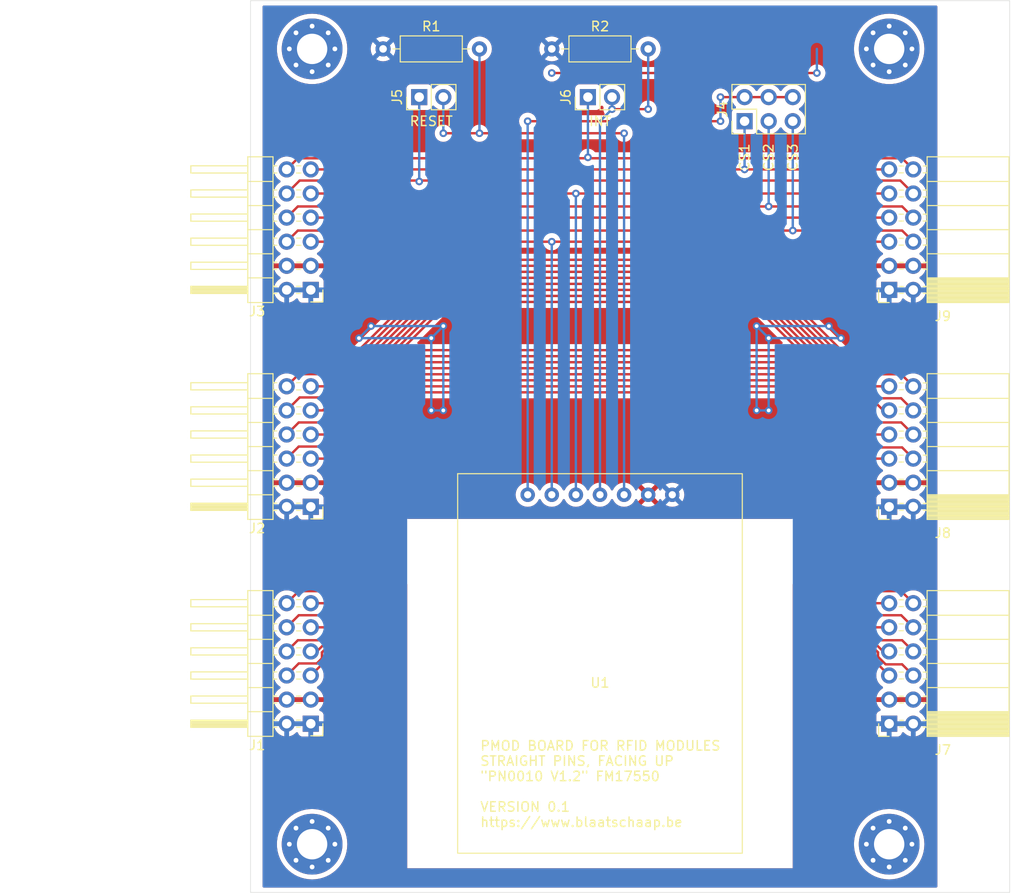
<source format=kicad_pcb>
(kicad_pcb (version 20211014) (generator pcbnew)
  (layers (0 "F.Cu" signal) (31 "B.Cu" signal) (34 "B.Paste" user "B.Plakken") (35 "F.Paste" user "F.Plakken") (36 "B.SilkS" user "B.Silkscreen") (37 "F.SilkS" user "F.Silkscreen") (38 "B.Mask" user) (39 "F.Mask" user "F. masker") (44 "Edge.Cuts" user))
  (net 0 "")
  (net 1 "GND")
  (net 2 "VCC")
  (net 3 "PMOD_UART_INT")
  (net 4 "PMOD_UART_CTS")
  (net 5 "PMOD_UART_RESET")
  (net 6 "PMOD_UART_TXD")
  (net 7 "PMOD_UART_GPIO3")
  (net 8 "PMOD_UART_RXD")
  (net 9 "PMOD_UART_GPIO4")
  (net 10 "PMOD_UART_RTS")
  (net 11 "PMOD_SPI_INT")
  (net 12 "PMOD_SPI_CS")
  (net 13 "PMOD_SPI_RESET")
  (net 14 "PMOD_SPI_MOSI")
  (net 15 "PMOD_SPI_CS2")
  (net 16 "PMOD_SPI_MISO")
  (net 17 "PMOD_SPI_CS3")
  (net 18 "PMOD_SPI_SCK")
  (net 19 "PMOD_I2C_GPIO1")
  (net 20 "PMOD_I2C_INT")
  (net 21 "PMOD_I2C_GPIO2")
  (net 22 "PMOD_I2C_RESET")
  (net 23 "PMOD_I2C_GPIO3")
  (net 24 "PMOD_I2C_SCL")
  (net 25 "PMOD_I2C_GPIO4")
  (net 26 "PMOD_I2C_SDA")
  (net 27 "CS")
  (net 28 "RESET")
  (net 29 "INT")
  (net 30 "STB")
  (footprint "Connector_PinHeader_2.54mm:PinHeader_2x06_P2.54mm_Horizontal" (layer "F.Cu") (at 63.5 119.38 180)
    (fp_text reference "J1" (at 5.655 -2.27) (layer "F.SilkS"))
    (fp_text value "Conn_02x06_Odd_Even")
    (pad "1" thru_hole rect locked (at 0 0 180) (size 1.7 1.7) (drill 1) (layers *.Cu *.Mask) (net 2 "VCC"))
    (pad "2" thru_hole oval locked (at 2.54 0 180) (size 1.7 1.7) (drill 1) (layers *.Cu *.Mask) (net 2 "VCC"))
    (pad "3" thru_hole oval locked (at 0 2.54 180) (size 1.7 1.7) (drill 1) (layers *.Cu *.Mask) (net 1 "GND"))
    (pad "4" thru_hole oval locked (at 2.54 2.54 180) (size 1.7 1.7) (drill 1) (layers *.Cu *.Mask) (net 1 "GND"))
    (pad "5" thru_hole oval locked (at 0 5.08 180) (size 1.7 1.7) (drill 1) (layers *.Cu *.Mask) (net 26 "PMOD_I2C_SDA"))
    (pad "6" thru_hole oval locked (at 2.54 5.08 180) (size 1.7 1.7) (drill 1) (layers *.Cu *.Mask) (net 25 "PMOD_I2C_GPIO4"))
    (pad "7" thru_hole oval locked (at 0 7.62 180) (size 1.7 1.7) (drill 1) (layers *.Cu *.Mask) (net 24 "PMOD_I2C_SCL"))
    (pad "8" thru_hole oval locked (at 2.54 7.62 180) (size 1.7 1.7) (drill 1) (layers *.Cu *.Mask) (net 23 "PMOD_I2C_GPIO3"))
    (pad "9" thru_hole oval locked (at 0 10.16 180) (size 1.7 1.7) (drill 1) (layers *.Cu *.Mask) (net 22 "PMOD_I2C_RESET"))
    (pad "10" thru_hole oval locked (at 2.54 10.16 180) (size 1.7 1.7) (drill 1) (layers *.Cu *.Mask) (net 21 "PMOD_I2C_GPIO2"))
    (pad "11" thru_hole oval locked (at 0 12.7 180) (size 1.7 1.7) (drill 1) (layers *.Cu *.Mask) (net 20 "PMOD_I2C_INT"))
    (pad "12" thru_hole oval locked (at 2.54 12.7 180) (size 1.7 1.7) (drill 1) (layers *.Cu *.Mask) (net 19 "PMOD_I2C_GPIO1"))
  )
  (footprint "Connector_PinHeader_2.54mm:PinHeader_2x06_P2.54mm_Horizontal" (layer "F.Cu") (at 63.5 96.52 180)
    (fp_text reference "J2" (at 5.655 -2.27) (layer "F.SilkS"))
    (fp_text value "Conn_02x06_Odd_Even")
    (pad "1" thru_hole rect locked (at 0 0 180) (size 1.7 1.7) (drill 1) (layers *.Cu *.Mask) (net 2 "VCC"))
    (pad "2" thru_hole oval locked (at 2.54 0 180) (size 1.7 1.7) (drill 1) (layers *.Cu *.Mask) (net 2 "VCC"))
    (pad "3" thru_hole oval locked (at 0 2.54 180) (size 1.7 1.7) (drill 1) (layers *.Cu *.Mask) (net 1 "GND"))
    (pad "4" thru_hole oval locked (at 2.54 2.54 180) (size 1.7 1.7) (drill 1) (layers *.Cu *.Mask) (net 1 "GND"))
    (pad "5" thru_hole oval locked (at 0 5.08 180) (size 1.7 1.7) (drill 1) (layers *.Cu *.Mask) (net 10 "PMOD_UART_RTS"))
    (pad "6" thru_hole oval locked (at 2.54 5.08 180) (size 1.7 1.7) (drill 1) (layers *.Cu *.Mask) (net 9 "PMOD_UART_GPIO4"))
    (pad "7" thru_hole oval locked (at 0 7.62 180) (size 1.7 1.7) (drill 1) (layers *.Cu *.Mask) (net 8 "PMOD_UART_RXD"))
    (pad "8" thru_hole oval locked (at 2.54 7.62 180) (size 1.7 1.7) (drill 1) (layers *.Cu *.Mask) (net 7 "PMOD_UART_GPIO3"))
    (pad "9" thru_hole oval locked (at 0 10.16 180) (size 1.7 1.7) (drill 1) (layers *.Cu *.Mask) (net 6 "PMOD_UART_TXD"))
    (pad "10" thru_hole oval locked (at 2.54 10.16 180) (size 1.7 1.7) (drill 1) (layers *.Cu *.Mask) (net 5 "PMOD_UART_RESET"))
    (pad "11" thru_hole oval locked (at 0 12.7 180) (size 1.7 1.7) (drill 1) (layers *.Cu *.Mask) (net 4 "PMOD_UART_CTS"))
    (pad "12" thru_hole oval locked (at 2.54 12.7 180) (size 1.7 1.7) (drill 1) (layers *.Cu *.Mask) (net 3 "PMOD_UART_INT"))
  )
  (footprint "Connector_PinHeader_2.54mm:PinHeader_2x06_P2.54mm_Horizontal" (layer "F.Cu") (at 63.5 73.66 180)
    (fp_text reference "J3" (at 5.655 -2.27) (layer "F.SilkS"))
    (fp_text value "Conn_02x06_Odd_Even")
    (pad "1" thru_hole rect locked (at 0 0 180) (size 1.7 1.7) (drill 1) (layers *.Cu *.Mask) (net 2 "VCC"))
    (pad "2" thru_hole oval locked (at 2.54 0 180) (size 1.7 1.7) (drill 1) (layers *.Cu *.Mask) (net 2 "VCC"))
    (pad "3" thru_hole oval locked (at 0 2.54 180) (size 1.7 1.7) (drill 1) (layers *.Cu *.Mask) (net 1 "GND"))
    (pad "4" thru_hole oval locked (at 2.54 2.54 180) (size 1.7 1.7) (drill 1) (layers *.Cu *.Mask) (net 1 "GND"))
    (pad "5" thru_hole oval locked (at 0 5.08 180) (size 1.7 1.7) (drill 1) (layers *.Cu *.Mask) (net 18 "PMOD_SPI_SCK"))
    (pad "6" thru_hole oval locked (at 2.54 5.08 180) (size 1.7 1.7) (drill 1) (layers *.Cu *.Mask) (net 17 "PMOD_SPI_CS3"))
    (pad "7" thru_hole oval locked (at 0 7.62 180) (size 1.7 1.7) (drill 1) (layers *.Cu *.Mask) (net 16 "PMOD_SPI_MISO"))
    (pad "8" thru_hole oval locked (at 2.54 7.62 180) (size 1.7 1.7) (drill 1) (layers *.Cu *.Mask) (net 15 "PMOD_SPI_CS2"))
    (pad "9" thru_hole oval locked (at 0 10.16 180) (size 1.7 1.7) (drill 1) (layers *.Cu *.Mask) (net 14 "PMOD_SPI_MOSI"))
    (pad "10" thru_hole oval locked (at 2.54 10.16 180) (size 1.7 1.7) (drill 1) (layers *.Cu *.Mask) (net 13 "PMOD_SPI_RESET"))
    (pad "11" thru_hole oval locked (at 0 12.7 180) (size 1.7 1.7) (drill 1) (layers *.Cu *.Mask) (net 12 "PMOD_SPI_CS"))
    (pad "12" thru_hole oval locked (at 2.54 12.7 180) (size 1.7 1.7) (drill 1) (layers *.Cu *.Mask) (net 11 "PMOD_SPI_INT"))
  )
  (footprint "Connector_PinSocket_2.54mm:PinSocket_2x06_P2.54mm_Horizontal" (layer "F.Cu") (at 124.46 119.38 180)
    (fp_text reference "J7" (at -5.65 -2.77) (layer "F.SilkS"))
    (fp_text value "Conn_02x06_Odd_Even")
    (pad "1" thru_hole rect locked (at 0 0 180) (size 1.7 1.7) (drill 1) (layers *.Cu *.Mask) (net 2 "VCC"))
    (pad "2" thru_hole oval locked (at -2.54 0 180) (size 1.7 1.7) (drill 1) (layers *.Cu *.Mask) (net 2 "VCC"))
    (pad "3" thru_hole oval locked (at 0 2.54 180) (size 1.7 1.7) (drill 1) (layers *.Cu *.Mask) (net 1 "GND"))
    (pad "4" thru_hole oval locked (at -2.54 2.54 180) (size 1.7 1.7) (drill 1) (layers *.Cu *.Mask) (net 1 "GND"))
    (pad "5" thru_hole oval locked (at 0 5.08 180) (size 1.7 1.7) (drill 1) (layers *.Cu *.Mask) (net 26 "PMOD_I2C_SDA"))
    (pad "6" thru_hole oval locked (at -2.54 5.08 180) (size 1.7 1.7) (drill 1) (layers *.Cu *.Mask) (net 25 "PMOD_I2C_GPIO4"))
    (pad "7" thru_hole oval locked (at 0 7.62 180) (size 1.7 1.7) (drill 1) (layers *.Cu *.Mask) (net 24 "PMOD_I2C_SCL"))
    (pad "8" thru_hole oval locked (at -2.54 7.62 180) (size 1.7 1.7) (drill 1) (layers *.Cu *.Mask) (net 23 "PMOD_I2C_GPIO3"))
    (pad "9" thru_hole oval locked (at 0 10.16 180) (size 1.7 1.7) (drill 1) (layers *.Cu *.Mask) (net 22 "PMOD_I2C_RESET"))
    (pad "10" thru_hole oval locked (at -2.54 10.16 180) (size 1.7 1.7) (drill 1) (layers *.Cu *.Mask) (net 21 "PMOD_I2C_GPIO2"))
    (pad "11" thru_hole oval locked (at 0 12.7 180) (size 1.7 1.7) (drill 1) (layers *.Cu *.Mask) (net 20 "PMOD_I2C_INT"))
    (pad "12" thru_hole oval locked (at -2.54 12.7 180) (size 1.7 1.7) (drill 1) (layers *.Cu *.Mask) (net 19 "PMOD_I2C_GPIO1"))
  )
  (footprint "Connector_PinSocket_2.54mm:PinSocket_2x06_P2.54mm_Horizontal" (layer "F.Cu") (at 124.46 96.52 180)
    (fp_text reference "J8" (at -5.65 -2.77) (layer "F.SilkS"))
    (fp_text value "Conn_02x06_Odd_Even")
    (pad "1" thru_hole rect locked (at 0 0 180) (size 1.7 1.7) (drill 1) (layers *.Cu *.Mask) (net 2 "VCC"))
    (pad "2" thru_hole oval locked (at -2.54 0 180) (size 1.7 1.7) (drill 1) (layers *.Cu *.Mask) (net 2 "VCC"))
    (pad "3" thru_hole oval locked (at 0 2.54 180) (size 1.7 1.7) (drill 1) (layers *.Cu *.Mask) (net 1 "GND"))
    (pad "4" thru_hole oval locked (at -2.54 2.54 180) (size 1.7 1.7) (drill 1) (layers *.Cu *.Mask) (net 1 "GND"))
    (pad "5" thru_hole oval locked (at 0 5.08 180) (size 1.7 1.7) (drill 1) (layers *.Cu *.Mask) (net 10 "PMOD_UART_RTS"))
    (pad "6" thru_hole oval locked (at -2.54 5.08 180) (size 1.7 1.7) (drill 1) (layers *.Cu *.Mask) (net 9 "PMOD_UART_GPIO4"))
    (pad "7" thru_hole oval locked (at 0 7.62 180) (size 1.7 1.7) (drill 1) (layers *.Cu *.Mask) (net 8 "PMOD_UART_RXD"))
    (pad "8" thru_hole oval locked (at -2.54 7.62 180) (size 1.7 1.7) (drill 1) (layers *.Cu *.Mask) (net 7 "PMOD_UART_GPIO3"))
    (pad "9" thru_hole oval locked (at 0 10.16 180) (size 1.7 1.7) (drill 1) (layers *.Cu *.Mask) (net 6 "PMOD_UART_TXD"))
    (pad "10" thru_hole oval locked (at -2.54 10.16 180) (size 1.7 1.7) (drill 1) (layers *.Cu *.Mask) (net 5 "PMOD_UART_RESET"))
    (pad "11" thru_hole oval locked (at 0 12.7 180) (size 1.7 1.7) (drill 1) (layers *.Cu *.Mask) (net 4 "PMOD_UART_CTS"))
    (pad "12" thru_hole oval locked (at -2.54 12.7 180) (size 1.7 1.7) (drill 1) (layers *.Cu *.Mask) (net 3 "PMOD_UART_INT"))
  )
  (footprint "Connector_PinSocket_2.54mm:PinSocket_2x06_P2.54mm_Horizontal" (layer "F.Cu") (at 124.46 73.66 180)
    (fp_text reference "J9" (at -5.65 -2.77) (layer "F.SilkS"))
    (fp_text value "Conn_02x06_Odd_Even")
    (pad "1" thru_hole rect locked (at 0 0 180) (size 1.7 1.7) (drill 1) (layers *.Cu *.Mask) (net 2 "VCC"))
    (pad "2" thru_hole oval locked (at -2.54 0 180) (size 1.7 1.7) (drill 1) (layers *.Cu *.Mask) (net 2 "VCC"))
    (pad "3" thru_hole oval locked (at 0 2.54 180) (size 1.7 1.7) (drill 1) (layers *.Cu *.Mask) (net 1 "GND"))
    (pad "4" thru_hole oval locked (at -2.54 2.54 180) (size 1.7 1.7) (drill 1) (layers *.Cu *.Mask) (net 1 "GND"))
    (pad "5" thru_hole oval locked (at 0 5.08 180) (size 1.7 1.7) (drill 1) (layers *.Cu *.Mask) (net 18 "PMOD_SPI_SCK"))
    (pad "6" thru_hole oval locked (at -2.54 5.08 180) (size 1.7 1.7) (drill 1) (layers *.Cu *.Mask) (net 17 "PMOD_SPI_CS3"))
    (pad "7" thru_hole oval locked (at 0 7.62 180) (size 1.7 1.7) (drill 1) (layers *.Cu *.Mask) (net 16 "PMOD_SPI_MISO"))
    (pad "8" thru_hole oval locked (at -2.54 7.62 180) (size 1.7 1.7) (drill 1) (layers *.Cu *.Mask) (net 15 "PMOD_SPI_CS2"))
    (pad "9" thru_hole oval locked (at 0 10.16 180) (size 1.7 1.7) (drill 1) (layers *.Cu *.Mask) (net 14 "PMOD_SPI_MOSI"))
    (pad "10" thru_hole oval locked (at -2.54 10.16 180) (size 1.7 1.7) (drill 1) (layers *.Cu *.Mask) (net 13 "PMOD_SPI_RESET"))
    (pad "11" thru_hole oval locked (at 0 12.7 180) (size 1.7 1.7) (drill 1) (layers *.Cu *.Mask) (net 12 "PMOD_SPI_CS"))
    (pad "12" thru_hole oval locked (at -2.54 12.7 180) (size 1.7 1.7) (drill 1) (layers *.Cu *.Mask) (net 11 "PMOD_SPI_INT"))
  )
  (footprint "MountingHole:MountingHole_3.2mm_M3_Pad_Via" (layer "F.Cu") (at 63.64 48.26)
    (fp_text reference "H1" hide)
    (fp_text value "MountingHole")
    (pad "1" thru_hole circle locked (at 2.4 0) (size 0.8 0.8) (drill 0.5) (layers *.Cu *.Mask))
    (pad "1" thru_hole circle locked (at -1.697056 1.697056) (size 0.8 0.8) (drill 0.5) (layers *.Cu *.Mask))
    (pad "1" thru_hole circle locked (at 0 -2.4) (size 0.8 0.8) (drill 0.5) (layers *.Cu *.Mask))
    (pad "1" thru_hole circle locked (at 1.697056 -1.697056) (size 0.8 0.8) (drill 0.5) (layers *.Cu *.Mask))
    (pad "1" thru_hole circle locked (at 0 2.4) (size 0.8 0.8) (drill 0.5) (layers *.Cu *.Mask))
    (pad "1" thru_hole circle locked (at -2.4 0) (size 0.8 0.8) (drill 0.5) (layers *.Cu *.Mask))
    (pad "1" thru_hole circle locked (at 1.697056 1.697056) (size 0.8 0.8) (drill 0.5) (layers *.Cu *.Mask))
    (pad "1" thru_hole circle locked (at 0 0) (size 6.4 6.4) (drill 3.2) (layers *.Cu *.Mask))
    (pad "1" thru_hole circle locked (at -1.697056 -1.697056) (size 0.8 0.8) (drill 0.5) (layers *.Cu *.Mask))
  )
  (footprint "MountingHole:MountingHole_3.2mm_M3_Pad_Via" (layer "F.Cu") (at 63.64 132.08)
    (fp_text reference "H2" hide)
    (fp_text value "MountingHole")
    (pad "1" thru_hole circle locked (at 0 0) (size 6.4 6.4) (drill 3.2) (layers *.Cu *.Mask))
    (pad "1" thru_hole circle locked (at 0 2.4) (size 0.8 0.8) (drill 0.5) (layers *.Cu *.Mask))
    (pad "1" thru_hole circle locked (at 2.4 0) (size 0.8 0.8) (drill 0.5) (layers *.Cu *.Mask))
    (pad "1" thru_hole circle locked (at 1.697056 1.697056) (size 0.8 0.8) (drill 0.5) (layers *.Cu *.Mask))
    (pad "1" thru_hole circle locked (at -2.4 0) (size 0.8 0.8) (drill 0.5) (layers *.Cu *.Mask))
    (pad "1" thru_hole circle locked (at -1.697056 -1.697056) (size 0.8 0.8) (drill 0.5) (layers *.Cu *.Mask))
    (pad "1" thru_hole circle locked (at 1.697056 -1.697056) (size 0.8 0.8) (drill 0.5) (layers *.Cu *.Mask))
    (pad "1" thru_hole circle locked (at 0 -2.4) (size 0.8 0.8) (drill 0.5) (layers *.Cu *.Mask))
    (pad "1" thru_hole circle locked (at -1.697056 1.697056) (size 0.8 0.8) (drill 0.5) (layers *.Cu *.Mask))
  )
  (footprint "MountingHole:MountingHole_3.2mm_M3_Pad_Via" (layer "F.Cu") (at 124.46 48.26)
    (fp_text reference "H3" hide)
    (fp_text value "MountingHole")
    (pad "1" thru_hole circle locked (at 2.4 0) (size 0.8 0.8) (drill 0.5) (layers *.Cu *.Mask))
    (pad "1" thru_hole circle locked (at 0 0) (size 6.4 6.4) (drill 3.2) (layers *.Cu *.Mask))
    (pad "1" thru_hole circle locked (at 0 -2.4) (size 0.8 0.8) (drill 0.5) (layers *.Cu *.Mask))
    (pad "1" thru_hole circle locked (at -2.4 0) (size 0.8 0.8) (drill 0.5) (layers *.Cu *.Mask))
    (pad "1" thru_hole circle locked (at 1.697056 -1.697056) (size 0.8 0.8) (drill 0.5) (layers *.Cu *.Mask))
    (pad "1" thru_hole circle locked (at 0 2.4) (size 0.8 0.8) (drill 0.5) (layers *.Cu *.Mask))
    (pad "1" thru_hole circle locked (at -1.697056 1.697056) (size 0.8 0.8) (drill 0.5) (layers *.Cu *.Mask))
    (pad "1" thru_hole circle locked (at -1.697056 -1.697056) (size 0.8 0.8) (drill 0.5) (layers *.Cu *.Mask))
    (pad "1" thru_hole circle locked (at 1.697056 1.697056) (size 0.8 0.8) (drill 0.5) (layers *.Cu *.Mask))
  )
  (footprint "MountingHole:MountingHole_3.2mm_M3_Pad_Via" (layer "F.Cu") (at 124.46 132.08)
    (fp_text reference "H4" hide)
    (fp_text value "MountingHole")
    (pad "1" thru_hole circle locked (at -1.697056 1.697056) (size 0.8 0.8) (drill 0.5) (layers *.Cu *.Mask))
    (pad "1" thru_hole circle locked (at -2.4 0) (size 0.8 0.8) (drill 0.5) (layers *.Cu *.Mask))
    (pad "1" thru_hole circle locked (at -1.697056 -1.697056) (size 0.8 0.8) (drill 0.5) (layers *.Cu *.Mask))
    (pad "1" thru_hole circle locked (at 1.697056 -1.697056) (size 0.8 0.8) (drill 0.5) (layers *.Cu *.Mask))
    (pad "1" thru_hole circle locked (at 2.4 0) (size 0.8 0.8) (drill 0.5) (layers *.Cu *.Mask))
    (pad "1" thru_hole circle locked (at 0 2.4) (size 0.8 0.8) (drill 0.5) (layers *.Cu *.Mask))
    (pad "1" thru_hole circle locked (at 0 0) (size 6.4 6.4) (drill 3.2) (layers *.Cu *.Mask))
    (pad "1" thru_hole circle locked (at 1.697056 1.697056) (size 0.8 0.8) (drill 0.5) (layers *.Cu *.Mask))
    (pad "1" thru_hole circle locked (at 0 -2.4) (size 0.8 0.8) (drill 0.5) (layers *.Cu *.Mask))
  )
  (footprint "Resistor_THT:R_Axial_DIN0207_L6.3mm_D2.5mm_P10.16mm_Horizontal" (layer "F.Cu") (at 88.9 48.26)
    (fp_text reference "R2" (at 5.08 -2.37) (layer "F.SilkS"))
    (fp_text value "R_Small")
    (pad "1" thru_hole circle locked (at 0 0) (size 1.6 1.6) (drill 0.8) (layers *.Cu *.Mask) (net 2 "VCC"))
    (pad "2" thru_hole oval locked (at 10.16 0) (size 1.6 1.6) (drill 0.8) (layers *.Cu *.Mask) (net 29 "INT"))
  )
  (footprint "Resistor_THT:R_Axial_DIN0207_L6.3mm_D2.5mm_P10.16mm_Horizontal" (layer "F.Cu") (at 71.12 48.26)
    (fp_text reference "R1" (at 5.08 -2.37) (layer "F.SilkS"))
    (fp_text value "R_Small")
    (pad "1" thru_hole circle locked (at 0 0) (size 1.6 1.6) (drill 0.8) (layers *.Cu *.Mask) (net 2 "VCC"))
    (pad "2" thru_hole oval locked (at 10.16 0) (size 1.6 1.6) (drill 0.8) (layers *.Cu *.Mask) (net 28 "RESET"))
  )
  (footprint "Connector_PinHeader_2.54mm:PinHeader_1x02_P2.54mm_Vertical" (layer "F.Cu") (at 92.71 53.34 90)
    (fp_text reference "J6" (at 0 -2.33 90) (layer "F.SilkS"))
    (fp_text value "Conn_02x01")
    (pad "1" thru_hole rect (at 0 0 90) (size 1.7 1.7) (drill 1) (layers *.Cu *.Mask) (net 11 "PMOD_SPI_INT"))
    (pad "2" thru_hole oval (at 0 2.54 90) (size 1.7 1.7) (drill 1) (layers *.Cu *.Mask) (net 29 "INT"))
  )
  (footprint "AvS_Modules:MOD_RFID-PN0010_STRAIGHT_UP" (layer "F.Cu") (at 93.98 113.03)
    (fp_text reference "U1" (at 0 2.04) (layer "F.SilkS"))
    (fp_text value "MOD_RFID-PN0010")
    (pad "1" thru_hole circle (at -7.62 -17.78) (size 1.524 1.524) (drill 0.762) (layers *.Cu *.Mask) (net 27 "CS"))
    (pad "2" thru_hole circle (at -5.08 -17.78) (size 1.524 1.524) (drill 0.762) (layers *.Cu *.Mask) (net 18 "PMOD_SPI_SCK"))
    (pad "3" thru_hole circle (at -2.54 -17.78) (size 1.524 1.524) (drill 0.762) (layers *.Cu *.Mask) (net 14 "PMOD_SPI_MOSI"))
    (pad "4" thru_hole circle (at 0 -17.78) (size 1.524 1.524) (drill 0.762) (layers *.Cu *.Mask) (net 29 "INT"))
    (pad "5" thru_hole circle (at 2.54 -17.78) (size 1.524 1.524) (drill 0.762) (layers *.Cu *.Mask) (net 28 "RESET"))
    (pad "6" thru_hole circle (at 5.08 -17.78) (size 1.524 1.524) (drill 0.762) (layers *.Cu *.Mask) (net 1 "GND"))
    (pad "7" thru_hole circle (at 7.62 -17.78) (size 1.524 1.524) (drill 0.762) (layers *.Cu *.Mask) (net 2 "VCC"))
  )
  (footprint "Connector_PinHeader_2.54mm:PinHeader_2x03_P2.54mm_Vertical" (layer "F.Cu") (at 109.22 55.88 90)
    (fp_text reference "J4" (at 1.27 -2.33 90) (layer "F.SilkS"))
    (fp_text value "Conn_02x03_Odd_Even")
    (pad "1" thru_hole rect (at 0 0 90) (size 1.7 1.7) (drill 1) (layers *.Cu *.Mask) (net 12 "PMOD_SPI_CS"))
    (pad "2" thru_hole oval (at 2.54 0 90) (size 1.7 1.7) (drill 1) (layers *.Cu *.Mask) (net 27 "CS"))
    (pad "3" thru_hole oval (at 0 2.54 90) (size 1.7 1.7) (drill 1) (layers *.Cu *.Mask) (net 15 "PMOD_SPI_CS2"))
    (pad "4" thru_hole oval (at 2.54 2.54 90) (size 1.7 1.7) (drill 1) (layers *.Cu *.Mask) (net 27 "CS"))
    (pad "5" thru_hole oval (at 0 5.08 90) (size 1.7 1.7) (drill 1) (layers *.Cu *.Mask) (net 17 "PMOD_SPI_CS3"))
    (pad "6" thru_hole oval (at 2.54 5.08 90) (size 1.7 1.7) (drill 1) (layers *.Cu *.Mask) (net 27 "CS"))
  )
  (footprint "Connector_PinHeader_2.54mm:PinHeader_1x02_P2.54mm_Vertical" (layer "F.Cu") (at 74.93 53.34 90)
    (fp_text reference "J5" (at 0 -2.33 90) (layer "F.SilkS"))
    (fp_text value "Conn_02x01")
    (pad "1" thru_hole rect (at 0 0 90) (size 1.7 1.7) (drill 1) (layers *.Cu *.Mask) (net 13 "PMOD_SPI_RESET"))
    (pad "2" thru_hole oval (at 0 2.54 90) (size 1.7 1.7) (drill 1) (layers *.Cu *.Mask) (net 28 "RESET"))
  )
  (gr_line (start 137.16 137.16) (end 57.15 137.16) (layer "Edge.Cuts") (width 0.05))
  (gr_line (start 57.15 43.18) (end 137.16 43.18) (layer "Edge.Cuts") (width 0.05))
  (gr_line (start 137.16 43.18) (end 137.16 137.16) (layer "Edge.Cuts") (width 0.05))
  (gr_line (start 57.15 43.18) (end 57.15 137.16) (layer "Edge.Cuts") (width 0.05))
  (gr_text "PMOD BOARD FOR RFID MODULES\nSTRAIGHT PINS, FACING UP\n{dblquote}PN0010 V1.2{dblquote} FM17550\n\nVERSION 0.1\nhttps://www.blaatschaap.be" (at 81.28 125.73) (layer "F.SilkS") (effects (font (size 1 1)) (justify left)))
  (gr_text "INT" (at 93.98 55.88) (layer "F.SilkS") (effects (font (size 1 1))))
  (gr_text "CS2" (at 111.76 59.69 90) (layer "F.SilkS") (effects (font (size 1 1))))
  (gr_text "CS3" (at 114.3 59.69 90) (layer "F.SilkS") (effects (font (size 1 1))))
  (gr_text "CS1" (at 109.22 59.69 90) (layer "F.SilkS") (effects (font (size 1 1))))
  (gr_text "RESET" (at 76.2 55.88) (layer "F.SilkS") (effects (font (size 1 1))))
  (via (at 111.76 78.74) (size 0.8) (drill 0.4) (layers "F.Cu" "B.Cu") (net 1))
  (via (at 76.2 86.36) (size 0.8) (drill 0.4) (layers "F.Cu" "B.Cu") (net 1))
  (via (at 111.76 86.36) (size 0.8) (drill 0.4) (layers "F.Cu" "B.Cu") (net 1))
  (via (at 76.2 78.74) (size 0.8) (drill 0.4) (layers "F.Cu" "B.Cu") (net 1))
  (via (at 68.58 78.74) (size 0.8) (drill 0.4) (layers "F.Cu" "B.Cu") (net 1))
  (via (at 110.49 77.47) (size 0.8) (drill 0.4) (layers "F.Cu" "B.Cu") (net 1))
  (via (at 77.47 86.36) (size 0.8) (drill 0.4) (layers "F.Cu" "B.Cu") (net 1))
  (via (at 77.47 77.47) (size 0.8) (drill 0.4) (layers "F.Cu" "B.Cu") (net 1))
  (via (at 110.49 86.36) (size 0.8) (drill 0.4) (layers "F.Cu" "B.Cu") (net 1))
  (via (at 119.38 78.74) (size 0.8) (drill 0.4) (layers "F.Cu" "B.Cu") (net 1))
  (via (at 69.85 77.47) (size 0.8) (drill 0.4) (layers "F.Cu" "B.Cu") (net 1))
  (via (at 118.11 77.47) (size 0.8) (drill 0.4) (layers "F.Cu" "B.Cu") (net 1))
  (segment (start 77.47 77.47) (end 76.2 78.74) (width 0.25) (layer "B.Cu") (net 1))
  (segment (start 77.47 86.36) (end 77.47 77.47) (width 0.25) (layer "B.Cu") (net 1))
  (segment (start 118.11 77.47) (end 119.38 78.74) (width 0.25) (layer "B.Cu") (net 1))
  (segment (start 111.76 86.36) (end 110.49 86.36) (width 0.25) (layer "B.Cu") (net 1))
  (segment (start 69.85 77.47) (end 68.58 78.74) (width 0.25) (layer "B.Cu") (net 1))
  (segment (start 111.76 78.74) (end 111.76 86.36) (width 0.25) (layer "B.Cu") (net 1))
  (segment (start 111.76 78.74) (end 119.38 78.74) (width 0.25) (layer "B.Cu") (net 1))
  (segment (start 111.76 78.74) (end 110.49 77.47) (width 0.25) (layer "B.Cu") (net 1))
  (segment (start 110.49 77.47) (end 118.11 77.47) (width 0.25) (layer "B.Cu") (net 1))
  (segment (start 110.49 86.36) (end 110.49 77.47) (width 0.25) (layer "B.Cu") (net 1))
  (segment (start 76.2 86.36) (end 77.47 86.36) (width 0.25) (layer "B.Cu") (net 1))
  (segment (start 69.85 77.47) (end 77.47 77.47) (width 0.25) (layer "B.Cu") (net 1))
  (segment (start 76.2 78.74) (end 68.58 78.74) (width 0.25) (layer "B.Cu") (net 1))
  (segment (start 76.2 78.74) (end 76.2 86.36) (width 0.25) (layer "B.Cu") (net 1))
  (segment (start 125.73 82.55) (end 127 83.82) (width 0.25) (layer "F.Cu") (net 3))
  (segment (start 78.08385 70.485) (end 109.855 70.485) (width 0.25) (layer "F.Cu") (net 3))
  (segment (start 109.855 70.485) (end 110.03999 70.66999) (width 0.25) (layer "F.Cu") (net 3))
  (segment (start 62.240575 82.539425) (end 66.029425 82.539425) (width 0.25) (layer "F.Cu") (net 3))
  (segment (start 60.96 83.82) (end 62.240575 82.539425) (width 0.25) (layer "F.Cu") (net 3))
  (segment (start 66.029425 82.539425) (end 78.08385 70.485) (width 0.25) (layer "F.Cu") (net 3))
  (segment (start 121.94115 82.55) (end 125.73 82.55) (width 0.25) (layer "F.Cu") (net 3))
  (segment (start 110.03999 70.66999) (end 110.061141 70.669991) (width 0.25) (layer "F.Cu") (net 3))
  (segment (start 110.061141 70.669991) (end 121.94115 82.55) (width 0.25) (layer "F.Cu") (net 3))
  (segment (start 77.920009 71.304991) (end 77.900269 71.304991) (width 0.25) (layer "F.Cu") (net 4))
  (segment (start 109.87474 71.12) (end 78.105 71.12) (width 0.25) (layer "F.Cu") (net 4))
  (segment (start 122.57474 83.82) (end 109.87474 71.12) (width 0.25) (layer "F.Cu") (net 4))
  (segment (start 65.38526 83.82) (end 63.5 83.82) (width 0.25) (layer "F.Cu") (net 4))
  (segment (start 77.900269 71.304991) (end 65.38526 83.82) (width 0.25) (layer "F.Cu") (net 4))
  (segment (start 78.105 71.12) (end 77.920009 71.304991) (width 0.25) (layer "F.Cu") (net 4))
  (segment (start 124.46 83.82) (end 122.57474 83.82) (width 0.25) (layer "F.Cu") (net 4))
  (segment (start 110.03999 71.93999) (end 110.058321 71.939991) (width 0.25) (layer "F.Cu") (net 5))
  (segment (start 64.846669 84.995001) (end 78.08667 71.755) (width 0.25) (layer "F.Cu") (net 5))
  (segment (start 125.720835 85.080835) (end 127 86.36) (width 0.25) (layer "F.Cu") (net 5))
  (segment (start 78.08667 71.755) (end 109.855 71.755) (width 0.25) (layer "F.Cu") (net 5))
  (segment (start 60.96 86.36) (end 62.324999 84.995001) (width 0.25) (layer "F.Cu") (net 5))
  (segment (start 62.324999 84.995001) (end 64.846669 84.995001) (width 0.25) (layer "F.Cu") (net 5))
  (segment (start 110.058321 71.939991) (end 123.199165 85.080835) (width 0.25) (layer "F.Cu") (net 5))
  (segment (start 109.855 71.755) (end 110.03999 71.93999) (width 0.25) (layer "F.Cu") (net 5))
  (segment (start 123.199165 85.080835) (end 125.720835 85.080835) (width 0.25) (layer "F.Cu") (net 5))
  (segment (start 65.405 85.07308) (end 78.08808 72.39) (width 0.25) (layer "F.Cu") (net 6))
  (segment (start 123.84192 86.36) (end 124.46 86.36) (width 0.25) (layer "F.Cu") (net 6))
  (segment (start 78.08808 72.39) (end 109.87192 72.39) (width 0.25) (layer "F.Cu") (net 6))
  (segment (start 65.405 85.725) (end 65.405 85.07308) (width 0.25) (layer "F.Cu") (net 6))
  (segment (start 109.87192 72.39) (end 123.84192 86.36) (width 0.25) (layer "F.Cu") (net 6))
  (segment (start 63.5 86.36) (end 64.77 86.36) (width 0.25) (layer "F.Cu") (net 6))
  (segment (start 64.77 86.36) (end 65.405 85.725) (width 0.25) (layer "F.Cu") (net 6))
  (segment (start 122.555 87.63) (end 121.92 86.995) (width 0.25) (layer "F.Cu") (net 7))
  (segment (start 77.904499 73.209991) (end 77.920009 73.209991) (width 0.25) (layer "F.Cu") (net 7))
  (segment (start 66.04 85.07449) (end 66.224991 84.889499) (width 0.25) (layer "F.Cu") (net 7))
  (segment (start 77.920009 73.209991) (end 78.105 73.025) (width 0.25) (layer "F.Cu") (net 7))
  (segment (start 121.92 86.995) (end 121.92 85.09) (width 0.25) (layer "F.Cu") (net 7))
  (segment (start 121.92 85.09) (end 121.73501 84.90501) (width 0.25) (layer "F.Cu") (net 7))
  (segment (start 66.224991 84.889499) (end 66.667245 84.447245) (width 0.25) (layer "F.Cu") (net 7))
  (segment (start 78.105 73.025) (end 80.01 73.025) (width 0.25) (layer "F.Cu") (net 7))
  (segment (start 125.73 87.63) (end 122.555 87.63) (width 0.25) (layer "F.Cu") (net 7))
  (segment (start 66.667245 84.447245) (end 77.904499 73.209991) (width 0.25) (layer "F.Cu") (net 7))
  (segment (start 80.01 73.025) (end 80.645 73.025) (width 0.25) (layer "F.Cu") (net 7))
  (segment (start 127 88.9) (end 125.73 87.63) (width 0.25) (layer "F.Cu") (net 7))
  (segment (start 121.735009 84.889499) (end 109.87051 73.025) (width 0.25) (layer "F.Cu") (net 7))
  (segment (start 66.04 86.995) (end 66.04 85.07449) (width 0.25) (layer "F.Cu") (net 7))
  (segment (start 109.87051 73.025) (end 80.01 73.025) (width 0.25) (layer "F.Cu") (net 7))
  (segment (start 65.405 87.63) (end 66.04 86.995) (width 0.25) (layer "F.Cu") (net 7))
  (segment (start 121.73501 84.90501) (end 121.735009 84.889499) (width 0.25) (layer "F.Cu") (net 7))
  (segment (start 60.96 88.9) (end 62.23 87.63) (width 0.25) (layer "F.Cu") (net 7))
  (segment (start 62.23 87.63) (end 65.405 87.63) (width 0.25) (layer "F.Cu") (net 7))
  (segment (start 66.675 88.265) (end 66.675 85.0759) (width 0.25) (layer "F.Cu") (net 8))
  (segment (start 66.675 85.0759) (end 78.0909 73.66) (width 0.25) (layer "F.Cu") (net 8))
  (segment (start 66.04 88.9) (end 66.675 88.265) (width 0.25) (layer "F.Cu") (net 8))
  (segment (start 121.285 85.0759) (end 121.285 88.265) (width 0.25) (layer "F.Cu") (net 8))
  (segment (start 109.855 73.66) (end 110.03999 73.84499) (width 0.25) (layer "F.Cu") (net 8))
  (segment (start 121.92 88.9) (end 124.46 88.9) (width 0.25) (layer "F.Cu") (net 8))
  (segment (start 78.0909 73.66) (end 109.855 73.66) (width 0.25) (layer "F.Cu") (net 8))
  (segment (start 63.5 88.9) (end 66.04 88.9) (width 0.25) (layer "F.Cu") (net 8))
  (segment (start 121.285 88.265) (end 121.92 88.9) (width 0.25) (layer "F.Cu") (net 8))
  (segment (start 110.054091 73.844991) (end 121.285 85.0759) (width 0.25) (layer "F.Cu") (net 8))
  (segment (start 110.03999 73.84499) (end 110.054091 73.844991) (width 0.25) (layer "F.Cu") (net 8))
  (segment (start 120.46501 84.90501) (end 120.465009 84.892319) (width 0.25) (layer "F.Cu") (net 9))
  (segment (start 67.494991 84.892319) (end 67.49499 84.90501) (width 0.25) (layer "F.Cu") (net 9))
  (segment (start 62.23 90.17) (end 60.96 91.44) (width 0.25) (layer "F.Cu") (net 9))
  (segment (start 78.09231 74.295) (end 67.494991 84.892319) (width 0.25) (layer "F.Cu") (net 9))
  (segment (start 120.65 85.09) (end 120.46501 84.90501) (width 0.25) (layer "F.Cu") (net 9))
  (segment (start 120.65 89.535) (end 120.65 85.09) (width 0.25) (layer "F.Cu") (net 9))
  (segment (start 121.379999 90.264999) (end 120.65 89.535) (width 0.25) (layer "F.Cu") (net 9))
  (segment (start 66.675 90.17) (end 62.23 90.17) (width 0.25) (layer "F.Cu") (net 9))
  (segment (start 120.465009 84.892319) (end 109.86769 74.295) (width 0.25) (layer "F.Cu") (net 9))
  (segment (start 67.31 85.09) (end 67.31 89.535) (width 0.25) (layer "F.Cu") (net 9))
  (segment (start 109.86769 74.295) (end 78.09231 74.295) (width 0.25) (layer "F.Cu") (net 9))
  (segment (start 67.49499 84.90501) (end 67.31 85.09) (width 0.25) (layer "F.Cu") (net 9))
  (segment (start 125.824999 90.264999) (end 121.379999 90.264999) (width 0.25) (layer "F.Cu") (net 9))
  (segment (start 127 91.44) (end 125.824999 90.264999) (width 0.25) (layer "F.Cu") (net 9))
  (segment (start 67.31 89.535) (end 66.675 90.17) (width 0.25) (layer "F.Cu") (net 9))
  (segment (start 109.86628 74.93) (end 120.015 85.07872) (width 0.25) (layer "F.Cu") (net 10))
  (segment (start 80.645 74.93) (end 80.01 74.93) (width 0.25) (layer "F.Cu") (net 10))
  (segment (start 80.645 74.93) (end 109.86628 74.93) (width 0.25) (layer "F.Cu") (net 10))
  (segment (start 66.675 91.44) (end 67.945 90.17) (width 0.25) (layer "F.Cu") (net 10))
  (segment (start 120.015 85.07872) (end 120.015 90.805) (width 0.25) (layer "F.Cu") (net 10))
  (segment (start 78.09372 74.93) (end 80.645 74.93) (width 0.25) (layer "F.Cu") (net 10))
  (segment (start 67.945 85.07872) (end 78.09372 74.93) (width 0.25) (layer "F.Cu") (net 10))
  (segment (start 120.65 91.44) (end 124.46 91.44) (width 0.25) (layer "F.Cu") (net 10))
  (segment (start 120.015 90.805) (end 120.65 91.44) (width 0.25) (layer "F.Cu") (net 10))
  (segment (start 63.5 91.44) (end 66.675 91.44) (width 0.25) (layer "F.Cu") (net 10))
  (segment (start 67.945 90.17) (end 67.945 85.07872) (width 0.25) (layer "F.Cu") (net 10))
  (segment (start 60.96 60.96) (end 62.134511 59.785489) (width 0.25) (layer "F.Cu") (net 11))
  (segment (start 125.825489 59.785489) (end 127 60.96) (width 0.25) (layer "F.Cu") (net 11))
  (segment (start 62.134511 59.785489) (end 125.825489 59.785489) (width 0.25) (layer "F.Cu") (net 11))
  (via (at 92.71 59.69) (size 0.8) (drill 0.4) (layers "F.Cu" "B.Cu") (net 11))
  (segment (start 92.71 53.34) (end 92.71 59.69) (width 0.25) (layer "B.Cu") (net 11))
  (segment (start 63.5 60.96) (end 80.01 60.96) (width 0.25) (layer "F.Cu") (net 12))
  (segment (start 109.22 60.96) (end 124.46 60.96) (width 0.25) (layer "F.Cu") (net 12))
  (segment (start 80.01 60.96) (end 109.22 60.96) (width 0.25) (layer "F.Cu") (net 12))
  (via (at 109.22 60.96) (size 0.8) (drill 0.4) (layers "F.Cu" "B.Cu") (net 12))
  (segment (start 109.22 55.88) (end 109.22 60.96) (width 0.25) (layer "B.Cu") (net 12))
  (segment (start 108.045489 62.134511) (end 125.634511 62.134511) (width 0.25) (layer "F.Cu") (net 13))
  (segment (start 125.634511 62.134511) (end 127 63.5) (width 0.25) (layer "F.Cu") (net 13))
  (segment (start 60.96 63.5) (end 62.325489 62.134511) (width 0.25) (layer "F.Cu") (net 13))
  (segment (start 62.325489 62.134511) (end 108.045489 62.134511) (width 0.25) (layer "F.Cu") (net 13))
  (via (at 74.93 62.23) (size 0.8) (drill 0.4) (layers "F.Cu" "B.Cu") (net 13))
  (segment (start 74.93 53.34) (end 74.93 62.23) (width 0.25) (layer "B.Cu") (net 13))
  (segment (start 91.44 63.5) (end 99.06 63.5) (width 0.25) (layer "F.Cu") (net 14))
  (segment (start 63.5 63.5) (end 91.44 63.5) (width 0.25) (layer "F.Cu") (net 14))
  (segment (start 99.06 63.5) (end 124.46 63.5) (width 0.25) (layer "F.Cu") (net 14))
  (via (at 91.44 63.5) (size 0.8) (drill 0.4) (layers "F.Cu" "B.Cu") (net 14))
  (segment (start 91.44 95.25) (end 91.44 63.5) (width 0.25) (layer "B.Cu") (net 14))
  (segment (start 77.565489 64.865489) (end 62.134511 64.865489) (width 0.25) (layer "F.Cu") (net 15))
  (segment (start 111.664511 64.865489) (end 77.565489 64.865489) (width 0.25) (layer "F.Cu") (net 15))
  (segment (start 62.134511 64.865489) (end 60.96 66.04) (width 0.25) (layer "F.Cu") (net 15))
  (segment (start 111.855489 64.865489) (end 111.664511 64.865489) (width 0.25) (layer "F.Cu") (net 15))
  (segment (start 125.825489 64.865489) (end 111.855489 64.865489) (width 0.25) (layer "F.Cu") (net 15))
  (segment (start 127 66.04) (end 125.825489 64.865489) (width 0.25) (layer "F.Cu") (net 15))
  (via (at 111.76 64.865489) (size 0.8) (drill 0.4) (layers "F.Cu" "B.Cu") (net 15))
  (segment (start 111.76 64.77) (end 111.664511 64.865489) (width 0.25) (layer "B.Cu") (net 15))
  (segment (start 111.76 55.88) (end 111.76 64.77) (width 0.25) (layer "B.Cu") (net 15))
  (segment (start 96.52 66.04) (end 124.46 66.04) (width 0.25) (layer "F.Cu") (net 16))
  (segment (start 63.5 66.04) (end 96.52 66.04) (width 0.25) (layer "F.Cu") (net 16))
  (segment (start 125.825489 67.405489) (end 127 68.58) (width 0.25) (layer "F.Cu") (net 17))
  (segment (start 62.134511 67.405489) (end 114.204511 67.405489) (width 0.25) (layer "F.Cu") (net 17))
  (segment (start 114.204511 67.405489) (end 125.825489 67.405489) (width 0.25) (layer "F.Cu") (net 17))
  (segment (start 60.96 68.58) (end 62.134511 67.405489) (width 0.25) (layer "F.Cu") (net 17))
  (via (at 114.3 67.405489) (size 0.8) (drill 0.4) (layers "F.Cu" "B.Cu") (net 17))
  (segment (start 114.3 67.31) (end 114.204511 67.405489) (width 0.25) (layer "B.Cu") (net 17))
  (segment (start 114.3 55.88) (end 114.3 67.31) (width 0.25) (layer "B.Cu") (net 17))
  (segment (start 99.06 68.58) (end 124.46 68.58) (width 0.25) (layer "F.Cu") (net 18))
  (segment (start 63.5 68.58) (end 99.06 68.58) (width 0.25) (layer "F.Cu") (net 18))
  (via (at 88.9 68.58) (size 0.8) (drill 0.4) (layers "F.Cu" "B.Cu") (net 18))
  (segment (start 88.9 95.25) (end 88.9 68.58) (width 0.25) (layer "B.Cu") (net 18))
  (segment (start 68.58 104.13718) (end 68.58 85.08013) (width 0.25) (layer "F.Cu") (net 19))
  (segment (start 60.96 106.68) (end 62.23 105.41) (width 0.25) (layer "F.Cu") (net 19))
  (segment (start 119.195715 84.895845) (end 114.622435 80.322565) (width 0.25) (layer "F.Cu") (net 19))
  (segment (start 114.622435 80.322565) (end 114.49486 80.19499) (width 0.25) (layer "F.Cu") (net 19))
  (segment (start 67.30718 105.41) (end 68.58 104.13718) (width 0.25) (layer "F.Cu") (net 19))
  (segment (start 120.65141 105.40859) (end 119.38 104.13718) (width 0.25) (layer "F.Cu") (net 19))
  (segment (start 119.38 104.13718) (end 119.38 102.87) (width 0.25) (layer "F.Cu") (net 19))
  (segment (start 119.38 85.09) (end 119.38 85.08013) (width 0.25) (layer "F.Cu") (net 19))
  (segment (start 119.38 102.87) (end 119.38 85.09) (width 0.25) (layer "F.Cu") (net 19))
  (segment (start 73.65013 80.01) (end 114.30987 80.01) (width 0.25) (layer "F.Cu") (net 19))
  (segment (start 114.30987 80.01) (end 114.622435 80.322565) (width 0.25) (layer "F.Cu") (net 19))
  (segment (start 125.72859 105.40859) (end 120.65141 105.40859) (width 0.25) (layer "F.Cu") (net 19))
  (segment (start 127 106.68) (end 125.72859 105.40859) (width 0.25) (layer "F.Cu") (net 19))
  (segment (start 68.58 85.08013) (end 73.65013 80.01) (width 0.25) (layer "F.Cu") (net 19))
  (segment (start 62.23 105.41) (end 67.30718 105.41) (width 0.25) (layer "F.Cu") (net 19))
  (segment (start 119.38 85.08013) (end 114.49486 80.19499) (width 0.25) (layer "F.Cu") (net 19))
  (segment (start 69.399991 84.896549) (end 69.39999 84.90501) (width 0.25) (layer "F.Cu") (net 20))
  (segment (start 69.39999 84.90501) (end 69.215 85.09) (width 0.25) (layer "F.Cu") (net 20))
  (segment (start 118.560009 84.896549) (end 114.30846 80.645) (width 0.25) (layer "F.Cu") (net 20))
  (segment (start 118.745705 104.139295) (end 118.745705 85.090705) (width 0.25) (layer "F.Cu") (net 20))
  (segment (start 67.30859 106.045) (end 67.30718 106.045) (width 0.25) (layer "F.Cu") (net 20))
  (segment (start 69.215 85.09) (end 69.215 104.13859) (width 0.25) (layer "F.Cu") (net 20))
  (segment (start 66.67218 106.68) (end 63.5 106.68) (width 0.25) (layer "F.Cu") (net 20))
  (segment (start 118.745705 104.139295) (end 118.745 104.13859) (width 0.25) (layer "F.Cu") (net 20))
  (segment (start 69.215 104.13859) (end 67.30859 106.045) (width 0.25) (layer "F.Cu") (net 20))
  (segment (start 114.30846 80.645) (end 73.65154 80.645) (width 0.25) (layer "F.Cu") (net 20))
  (segment (start 124.46 106.68) (end 121.28641 106.68) (width 0.25) (layer "F.Cu") (net 20))
  (segment (start 67.30718 106.045) (end 66.67218 106.68) (width 0.25) (layer "F.Cu") (net 20))
  (segment (start 121.28641 106.68) (end 118.745705 104.139295) (width 0.25) (layer "F.Cu") (net 20))
  (segment (start 118.56001 84.90501) (end 118.560009 84.896549) (width 0.25) (layer "F.Cu") (net 20))
  (segment (start 118.745705 85.090705) (end 118.56001 84.90501) (width 0.25) (layer "F.Cu") (net 20))
  (segment (start 73.65154 80.645) (end 69.399991 84.896549) (width 0.25) (layer "F.Cu") (net 20))
  (segment (start 114.30705 81.28) (end 118.11 85.08295) (width 0.25) (layer "F.Cu") (net 21))
  (segment (start 67.310001 106.679999) (end 69.85 104.14) (width 0.25) (layer "F.Cu") (net 21))
  (segment (start 118.11 104.14) (end 118.11 102.87) (width 0.25) (layer "F.Cu") (net 21))
  (segment (start 121.92 107.95) (end 118.11 104.14) (width 0.25) (layer "F.Cu") (net 21))
  (segment (start 125.73 107.95) (end 121.92 107.95) (width 0.25) (layer "F.Cu") (net 21))
  (segment (start 66.039295 107.949295) (end 66.674295 107.314295) (width 0.25) (layer "F.Cu") (net 21))
  (segment (start 74.295 81.28) (end 114.3 81.28) (width 0.25) (layer "F.Cu") (net 21))
  (segment (start 69.85 104.14) (end 69.85 86.36) (width 0.25) (layer "F.Cu") (net 21))
  (segment (start 62.230705 107.949295) (end 66.039295 107.949295) (width 0.25) (layer "F.Cu") (net 21))
  (segment (start 67.308591 106.679999) (end 67.310001 106.679999) (width 0.25) (layer "F.Cu") (net 21))
  (segment (start 69.85 85.09) (end 69.85 85.08295) (width 0.25) (layer "F.Cu") (net 21))
  (segment (start 66.674295 107.314295) (end 67.308591 106.679999) (width 0.25) (layer "F.Cu") (net 21))
  (segment (start 114.3 81.28) (end 114.30705 81.28) (width 0.25) (layer "F.Cu") (net 21))
  (segment (start 73.65295 81.28) (end 74.295 81.28) (width 0.25) (layer "F.Cu") (net 21))
  (segment (start 118.11 85.08295) (end 118.11 103.505) (width 0.25) (layer "F.Cu") (net 21))
  (segment (start 69.85 86.36) (end 69.85 85.09) (width 0.25) (layer "F.Cu") (net 21))
  (segment (start 69.85 85.08295) (end 73.65295 81.28) (width 0.25) (layer "F.Cu") (net 21))
  (segment (start 60.96 109.22) (end 62.230705 107.949295) (width 0.25) (layer "F.Cu") (net 21))
  (segment (start 127 109.22) (end 125.73 107.95) (width 0.25) (layer "F.Cu") (net 21))
  (segment (start 67.499221 107.130009) (end 67.494991 107.130009) (width 0.25) (layer "F.Cu") (net 22))
  (segment (start 114.3 81.915) (end 73.65436 81.915) (width 0.25) (layer "F.Cu") (net 22))
  (segment (start 73.65436 81.915) (end 70.485 85.08436) (width 0.25) (layer "F.Cu") (net 22))
  (segment (start 67.494991 107.130009) (end 65.405 109.22) (width 0.25) (layer "F.Cu") (net 22))
  (segment (start 117.475 85.08436) (end 114.490631 82.099991) (width 0.25) (layer "F.Cu") (net 22))
  (segment (start 117.475 104.14141) (end 117.475 85.08436) (width 0.25) (layer "F.Cu") (net 22))
  (segment (start 70.485 104.14) (end 70.30001 104.32499) (width 0.25) (layer "F.Cu") (net 22))
  (segment (start 70.300009 104.329221) (end 67.499221 107.130009) (width 0.25) (layer "F.Cu") (net 22))
  (segment (start 122.55359 109.22) (end 117.475 104.14141) (width 0.25) (layer "F.Cu") (net 22))
  (segment (start 70.485 85.08436) (end 70.485 104.14) (width 0.25) (layer "F.Cu") (net 22))
  (segment (start 65.405 109.22) (end 63.5 109.22) (width 0.25) (layer "F.Cu") (net 22))
  (segment (start 124.46 109.22) (end 122.55359 109.22) (width 0.25) (layer "F.Cu") (net 22))
  (segment (start 70.30001 104.32499) (end 70.300009 104.329221) (width 0.25) (layer "F.Cu") (net 22))
  (segment (start 114.48499 82.09999) (end 114.3 81.915) (width 0.25) (layer "F.Cu") (net 22))
  (segment (start 114.490631 82.099991) (end 114.48499 82.09999) (width 0.25) (layer "F.Cu") (net 22))
  (segment (start 64.676411 110.584999) (end 67.681392 107.580018) (width 0.25) (layer "F.Cu") (net 23))
  (segment (start 125.824999 110.584999) (end 127 111.76) (width 0.25) (layer "F.Cu") (net 23))
  (segment (start 71.12 85.09) (end 71.30499 84.90501) (width 0.25) (layer "F.Cu") (net 23))
  (segment (start 67.681392 107.580018) (end 67.685622 107.580018) (width 0.25) (layer "F.Cu") (net 23))
  (segment (start 73.65577 82.55) (end 114.30423 82.55) (width 0.25) (layer "F.Cu") (net 23))
  (segment (start 67.685622 107.580018) (end 71.12 104.14564) (width 0.25) (layer "F.Cu") (net 23))
  (segment (start 71.12 104.14564) (end 71.12 85.09) (width 0.25) (layer "F.Cu") (net 23))
  (segment (start 123.282179 110.584999) (end 125.824999 110.584999) (width 0.25) (layer "F.Cu") (net 23))
  (segment (start 71.304991 84.900779) (end 73.65577 82.55) (width 0.25) (layer "F.Cu") (net 23))
  (segment (start 116.84 85.08577) (end 116.84 104.14282) (width 0.25) (layer "F.Cu") (net 23))
  (segment (start 62.135001 110.584999) (end 64.676411 110.584999) (width 0.25) (layer "F.Cu") (net 23))
  (segment (start 114.30423 82.55) (end 116.84 85.08577) (width 0.25) (layer "F.Cu") (net 23))
  (segment (start 116.84 104.14282) (end 123.282179 110.584999) (width 0.25) (layer "F.Cu") (net 23))
  (segment (start 71.30499 84.90501) (end 71.304991 84.900779) (width 0.25) (layer "F.Cu") (net 23))
  (segment (start 60.96 111.76) (end 62.135001 110.584999) (width 0.25) (layer "F.Cu") (net 23))
  (segment (start 116.205 85.08718) (end 114.487811 83.369991) (width 0.25) (layer "F.Cu") (net 24))
  (segment (start 71.755 104.14) (end 71.57001 104.32499) (width 0.25) (layer "F.Cu") (net 24))
  (segment (start 71.755 85.08718) (end 71.755 104.14) (width 0.25) (layer "F.Cu") (net 24))
  (segment (start 73.65718 83.185) (end 71.755 85.08718) (width 0.25) (layer "F.Cu") (net 24))
  (segment (start 114.48499 83.36999) (end 114.3 83.185) (width 0.25) (layer "F.Cu") (net 24))
  (segment (start 71.57001 104.32499) (end 71.570009 104.332041) (width 0.25) (layer "F.Cu") (net 24))
  (segment (start 124.46 111.76) (end 123.82077 111.76) (width 0.25) (layer "F.Cu") (net 24))
  (segment (start 116.205 104.14) (end 116.205 85.08718) (width 0.25) (layer "F.Cu") (net 24))
  (segment (start 123.82077 111.76) (end 116.389991 104.329221) (width 0.25) (layer "F.Cu") (net 24))
  (segment (start 116.38999 104.32499) (end 116.205 104.14) (width 0.25) (layer "F.Cu") (net 24))
  (segment (start 71.570009 104.332041) (end 64.14205 111.76) (width 0.25) (layer "F.Cu") (net 24))
  (segment (start 64.14205 111.76) (end 63.5 111.76) (width 0.25) (layer "F.Cu") (net 24))
  (segment (start 114.3 83.185) (end 73.65718 83.185) (width 0.25) (layer "F.Cu") (net 24))
  (segment (start 116.389991 104.329221) (end 116.38999 104.32499) (width 0.25) (layer "F.Cu") (net 24))
  (segment (start 114.487811 83.369991) (end 114.48499 83.36999) (width 0.25) (layer "F.Cu") (net 24))
  (segment (start 72.57499 84.90501) (end 72.39 85.09) (width 0.25) (layer "F.Cu") (net 25))
  (segment (start 64.14064 113.02436) (end 64.14064 113.03) (width 0.25) (layer "F.Cu") (net 25))
  (segment (start 114.30141 83.82) (end 73.65859 83.82) (width 0.25) (layer "F.Cu") (net 25))
  (segment (start 115.57 85.08859) (end 114.30141 83.82) (width 0.25) (layer "F.Cu") (net 25))
  (segment (start 124.085997 113.124999) (end 123.284999 112.324001) (width 0.25) (layer "F.Cu") (net 25))
  (segment (start 115.57 104.14564) (end 115.57 85.08859) (width 0.25) (layer "F.Cu") (net 25))
  (segment (start 72.574991 84.903599) (end 72.57499 84.90501) (width 0.25) (layer "F.Cu") (net 25))
  (segment (start 72.39 85.09) (end 72.39 104.14846) (width 0.25) (layer "F.Cu") (net 25))
  (segment (start 64.675001 111.863459) (end 64.675001 112.489999) (width 0.25) (layer "F.Cu") (net 25))
  (segment (start 64.675001 112.489999) (end 64.14064 113.02436) (width 0.25) (layer "F.Cu") (net 25))
  (segment (start 127 114.3) (end 125.824999 113.124999) (width 0.25) (layer "F.Cu") (net 25))
  (segment (start 123.284999 112.324001) (end 123.284999 111.860639) (width 0.25) (layer "F.Cu") (net 25))
  (segment (start 73.65859 83.82) (end 72.574991 84.903599) (width 0.25) (layer "F.Cu") (net 25))
  (segment (start 125.824999 113.124999) (end 124.085997 113.124999) (width 0.25) (layer "F.Cu") (net 25))
  (segment (start 72.39 104.14846) (end 64.675001 111.863459) (width 0.25) (layer "F.Cu") (net 25))
  (segment (start 123.284999 111.860639) (end 115.57 104.14564) (width 0.25) (layer "F.Cu") (net 25))
  (segment (start 62.23 113.03) (end 60.96 114.3) (width 0.25) (layer "F.Cu") (net 25))
  (segment (start 64.14064 113.03) (end 62.23 113.03) (width 0.25) (layer "F.Cu") (net 25))
  (segment (start 72.840009 104.334861) (end 65.125011 112.049859) (width 0.25) (layer "F.Cu") (net 26))
  (segment (start 114.935 85.09) (end 114.935 104.14) (width 0.25) (layer "F.Cu") (net 26))
  (segment (start 115.119991 104.332041) (end 122.834989 112.047039) (width 0.25) (layer "F.Cu") (net 26))
  (segment (start 65.125011 112.049859) (end 65.125011 112.682039) (width 0.25) (layer "F.Cu") (net 26))
  (segment (start 114.935 104.14) (end 115.11999 104.32499) (width 0.25) (layer "F.Cu") (net 26))
  (segment (start 73.66 84.455) (end 74.93 84.455) (width 0.25) (layer "F.Cu") (net 26))
  (segment (start 74.93 84.455) (end 75.565 84.455) (width 0.25) (layer "F.Cu") (net 26))
  (segment (start 65.125011 112.682039) (end 63.50705 114.3) (width 0.25) (layer "F.Cu") (net 26))
  (segment (start 122.834989 112.674989) (end 124.46 114.3) (width 0.25) (layer "F.Cu") (net 26))
  (segment (start 74.93 84.455) (end 114.3 84.455) (width 0.25) (layer "F.Cu") (net 26))
  (segment (start 72.84001 104.32499) (end 72.840009 104.334861) (width 0.25) (layer "F.Cu") (net 26))
  (segment (start 73.025 85.265364) (end 73.025 85.09) (width 0.25) (layer "F.Cu") (net 26))
  (segment (start 73.025 85.09) (end 73.66 84.455) (width 0.25) (layer "F.Cu") (net 26))
  (segment (start 115.11999 104.32499) (end 115.119991 104.332041) (width 0.25) (layer "F.Cu") (net 26))
  (segment (start 114.3 84.455) (end 114.935 85.09) (width 0.25) (layer "F.Cu") (net 26))
  (segment (start 73.025 85.09) (end 73.025 104.14) (width 0.25) (layer "F.Cu") (net 26))
  (segment (start 122.834989 112.047039) (end 122.834989 112.674989) (width 0.25) (layer "F.Cu") (net 26))
  (segment (start 73.025 104.14) (end 72.84001 104.32499) (width 0.25) (layer "F.Cu") (net 26))
  (segment (start 63.50705 114.3) (end 63.5 114.3) (width 0.25) (layer "F.Cu") (net 26))
  (segment (start 106.68 53.34) (end 114.3 53.34) (width 0.25) (layer "F.Cu") (net 27))
  (segment (start 86.36 55.88) (end 106.68 55.88) (width 0.25) (layer "F.Cu") (net 27))
  (via (at 106.68 55.88) (size 0.8) (drill 0.4) (layers "F.Cu" "B.Cu") (net 27))
  (via (at 106.68 53.34) (size 0.8) (drill 0.4) (layers "F.Cu" "B.Cu") (net 27))
  (via (at 86.36 55.88) (size 0.8) (drill 0.4) (layers "F.Cu" "B.Cu") (net 27))
  (segment (start 86.36 95.25) (end 86.36 55.88) (width 0.25) (layer "B.Cu") (net 27))
  (segment (start 106.68 55.88) (end 106.68 53.34) (width 0.25) (layer "B.Cu") (net 27))
  (segment (start 96.52 57.15) (end 81.28 57.15) (width 0.25) (layer "F.Cu") (net 28))
  (segment (start 77.47 57.15) (end 81.28 57.15) (width 0.25) (layer "F.Cu") (net 28))
  (via (at 77.47 57.15) (size 0.8) (drill 0.4) (layers "F.Cu" "B.Cu") (net 28))
  (via (at 96.52 57.15) (size 0.8) (drill 0.4) (layers "F.Cu" "B.Cu") (net 28))
  (via (at 81.28 57.15) (size 0.8) (drill 0.4) (layers "F.Cu" "B.Cu") (net 28))
  (segment (start 77.47 57.15) (end 77.47 53.34) (width 0.25) (layer "B.Cu") (net 28))
  (segment (start 81.28 48.26) (end 81.28 57.15) (width 0.25) (layer "B.Cu") (net 28))
  (segment (start 96.52 95.25) (end 96.52 57.15) (width 0.25) (layer "B.Cu") (net 28))
  (segment (start 99.06 54.61) (end 95.25 54.61) (width 0.25) (layer "F.Cu") (net 29))
  (via (at 99.06 54.61) (size 0.8) (drill 0.4) (layers "F.Cu" "B.Cu") (net 29))
  (via (at 95.25 54.61) (size 0.8) (drill 0.4) (layers "F.Cu" "B.Cu") (net 29))
  (segment (start 99.06 48.26) (end 99.06 54.61) (width 0.25) (layer "B.Cu") (net 29))
  (segment (start 95.25 54.61) (end 95.25 53.34) (width 0.25) (layer "B.Cu") (net 29))
  (segment (start 93.98 55.88) (end 95.25 54.61) (width 0.25) (layer "B.Cu") (net 29))
  (segment (start 93.98 95.25) (end 93.98 55.88) (width 0.25) (layer "B.Cu") (net 29))
  (segment (start 88.9 50.8) (end 116.84 50.8) (width 0.25) (layer "F.Cu") (net 30))
  (via (at 116.84 50.8) (size 0.8) (drill 0.4) (layers "F.Cu" "B.Cu") (net 30))
  (via (at 88.9 50.8) (size 0.8) (drill 0.4) (layers "F.Cu" "B.Cu") (net 30))
  (segment (start 116.84 50.8) (end 116.84 48.26) (width 0.25) (layer "B.Cu") (net 30))
  (zone (net 0) (net_name "") (layers F&B.Cu) (connect_pads (clearance 0)) (min_thickness 0.254)
    (keepout (tracks not_allowed) (vias not_allowed) (pads allowed) (copperpour not_allowed) (footprints allowed))
    (fill (thermal_gap 0.508) (thermal_bridge_width 0.508))
    (polygon (pts (xy 114.3 134.62) (xy 73.66 134.62) (xy 73.66 97.79) (xy 114.3 97.79)))
  )
  (zone (net 1) (net_name "GND") (layer "F.Cu") (connect_pads (clearance 0.508)) (min_thickness 0.254) (fill yes (thermal_gap 0.508) (thermal_bridge_width 0.508))
    (polygon (pts (xy 129.54 137.16) (xy 58.42 137.16) (xy 58.42 43.18) (xy 129.54 43.18)))
  )
  (zone (net 2) (net_name "VCC") (layer "B.Cu") (connect_pads (clearance 0.508)) (min_thickness 0.254) (fill yes (thermal_gap 0.508) (thermal_bridge_width 0.508))
    (polygon (pts (xy 129.54 137.16) (xy 58.42 137.16) (xy 58.42 43.18) (xy 129.54 43.18)))
  )
)
</source>
